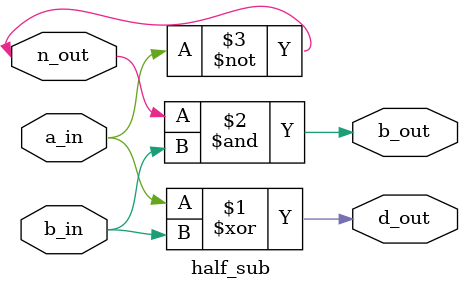
<source format=v>
module half_sub (d_out,b_out,n_out,a_in,b_in);

input a_in,b_in;
output d_out,b_out;
inout n_out;

xor dut1 (d_out,a_in,b_in);
not dut2 (n_out,a_in);
and dut3 (b_out,n_out,b_in);

endmodule

</source>
